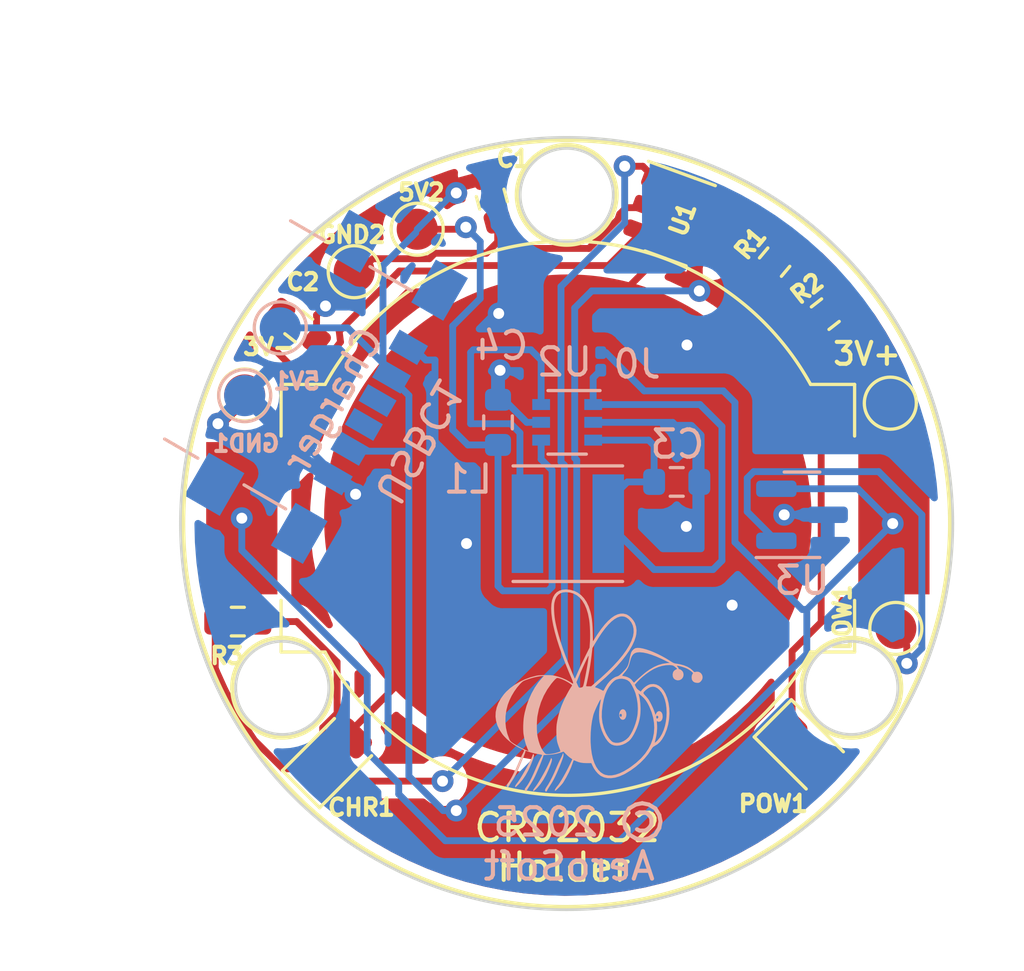
<source format=kicad_pcb>
(kicad_pcb (version 20211014) (generator pcbnew)
  (layers (0 "F.Cu" signal) (31 "B.Cu" signal) (34 "B.Paste" user) (35 "F.Paste" user) (36 "B.SilkS" user "B.Silkscreen") (37 "F.SilkS" user "F.Silkscreen") (38 "B.Mask" user) (39 "F.Mask" user) (44 "Edge.Cuts" user))
  (net 0 "")
  (net 1 "Net-(BAT01-Pad1)")
  (net 2 "GND")
  (net 3 "+5V")
  (net 4 "Net-(R1-Pad2)")
  (net 5 "Net-(R2-Pad2)")
  (net 6 "Net-(C3-Pad1)")
  (net 7 "Net-(5V2-Pad1)")
  (net 8 "Net-(C2-Pad1)")
  (net 9 "Net-(L1-Pad2)")
  (net 10 "Net-(CHR1-Pad1)")
  (net 11 "Net-(LOW1-Pad1)")
  (net 12 "Net-(POW1-Pad1)")
  (footprint "TestPoint:TestPoint_Pad_D1.5mm" (layer "F.Cu") (at 112.019 103.8294)
    (fp_text reference "LOW1" (at -1.95 -0.4 90) (layer "F.SilkS") (effects (font (size 0.6 0.6))))
    (fp_text value " ")
    (pad "1" smd circle (at 0 0) (size 1.5 1.5) (layers "F.Cu" "F.Mask") (net 11 "Net-(LOW1-Pad1)"))
  )
  (footprint "LED_SMD:LED_0805_2012Metric" (layer "F.Cu") (at 108.719 108.3044 -45)
    (fp_text reference "POW1" (at 0.53033 2.192031) (layer "F.SilkS") (effects (font (size 0.6 0.6))))
    (fp_text value "RED")
    (pad "1" smd roundrect (at -0.9375 0 315) (size 0.975 1.4) (layers "F.Cu" "F.Paste" "F.Mask") (net 12 "Net-(POW1-Pad1)"))
    (pad "2" smd roundrect (at 0.9375 0 315) (size 0.975 1.4) (layers "F.Cu" "F.Paste" "F.Mask") (net 3 "+5V"))
  )
  (footprint "Resistor_SMD:R_0603_1608Metric" (layer "F.Cu") (at 107.594 90.4544 50)
    (fp_text reference "R1" (at -0.040588 -1.117653 50) (layer "F.SilkS") (effects (font (size 0.6 0.6))))
    (fp_text value "R28K")
    (pad "1" smd roundrect (at -0.825 0 50) (size 0.8 0.95) (layers "F.Cu" "F.Paste" "F.Mask") (net 2 "GND"))
    (pad "2" smd roundrect (at 0.825 0 50) (size 0.8 0.95) (layers "F.Cu" "F.Paste" "F.Mask") (net 4 "Net-(R1-Pad2)"))
  )
  (footprint "TestPoint:TestPoint_Pad_D1.5mm" (layer "F.Cu") (at 92.244 90.8044)
    (fp_text reference "GND2" (at -0.075 -1.35) (layer "F.SilkS") (effects (font (size 0.6 0.6))))
    (fp_text value " ")
    (pad "1" smd circle (at 0 0) (size 1.5 1.5) (layers "F.Cu" "F.Mask") (net 2 "GND"))
  )
  (footprint "Battery:BatteryHolder_MPD_BC2003_1x2032" (layer "F.Cu") (at 100.044 99.8044)
    (fp_text reference "CR02032" (at -0.025 11.3) (layer "F.SilkS"))
    (fp_text value "BAT")
    (pad "1" smd rect (at -11.905 0) (size 2.6 5.56) (layers "F.Cu" "F.Paste" "F.Mask") (net 8 "Net-(C2-Pad1)"))
    (pad "1" smd rect (at 11.905 0) (size 2.6 5.56) (layers "F.Cu" "F.Paste" "F.Mask") (net 8 "Net-(C2-Pad1)"))
    (pad "2" smd circle (at 0 0) (size 17.8 17.8) (layers "F.Cu" "F.Mask") (net 2 "GND"))
  )
  (footprint "Resistor_SMD:R_0603_1608Metric" (layer "F.Cu") (at 87.994 103.5794 180)
    (fp_text reference "R3" (at 0.4 -1.25) (layer "F.SilkS") (effects (font (size 0.6 0.6))))
    (fp_text value "R470")
    (pad "1" smd roundrect (at -0.825 0 180) (size 0.8 0.95) (layers "F.Cu" "F.Paste" "F.Mask") (net 5 "Net-(R2-Pad2)"))
    (pad "2" smd roundrect (at 0.825 0 180) (size 0.8 0.95) (layers "F.Cu" "F.Paste" "F.Mask") (net 10 "Net-(CHR1-Pad1)"))
  )
  (footprint "TestPoint:TestPoint_Pad_D1.5mm" (layer "F.Cu") (at 88.244 95.3044)
    (fp_text reference "3V-" (at 0.878 -1.7578) (layer "F.SilkS") (effects (font (size 0.6 0.6))))
    (fp_text value " ")
    (pad "1" smd circle (at 0 0) (size 1.5 1.5) (layers "F.Cu" "F.Mask") (net 2 "GND"))
  )
  (footprint "Package_TO_SOT_SMD:SOT-23-5" (layer "F.Cu") (at 104.144 88.8544 -20)
    (fp_text reference "U1" (at 0.102904 -0.00096 70) (layer "F.SilkS") (effects (font (size 0.6 0.6))))
    (fp_text value "MCP73831-2-OT")
    (pad "1" smd roundrect (at -1.1375 -0.95 340) (size 1.325 0.6) (layers "F.Cu" "F.Paste" "F.Mask") (net 5 "Net-(R2-Pad2)"))
    (pad "2" smd roundrect (at -1.1375 0 340) (size 1.325 0.6) (layers "F.Cu" "F.Paste" "F.Mask") (net 2 "GND"))
    (pad "3" smd roundrect (at -1.1375 0.95 340) (size 1.325 0.6) (layers "F.Cu" "F.Paste" "F.Mask") (net 8 "Net-(C2-Pad1)"))
    (pad "4" smd roundrect (at 1.1375 0.95 340) (size 1.325 0.6) (layers "F.Cu" "F.Paste" "F.Mask") (net 3 "+5V"))
    (pad "5" smd roundrect (at 1.1375 -0.95 340) (size 1.325 0.6) (layers "F.Cu" "F.Paste" "F.Mask") (net 4 "Net-(R1-Pad2)"))
  )
  (footprint "Resistor_SMD:R_0603_1608Metric" (layer "F.Cu") (at 109.444 92.3544 38)
    (fp_text reference "R2" (at 0.053033 -1.149049 38) (layer "F.SilkS") (effects (font (size 0.6 0.6))))
    (fp_text value "R470")
    (pad "1" smd roundrect (at -0.825 0 38) (size 0.8 0.95) (layers "F.Cu" "F.Paste" "F.Mask") (net 12 "Net-(POW1-Pad1)"))
    (pad "2" smd roundrect (at 0.825 0 38) (size 0.8 0.95) (layers "F.Cu" "F.Paste" "F.Mask") (net 5 "Net-(R2-Pad2)"))
  )
  (footprint "TestPoint:TestPoint_Pad_D1.5mm" (layer "F.Cu") (at 111.819 95.6044)
    (fp_text reference "3V+" (at -0.85 -1.8) (layer "F.SilkS") (effects (font (size 0.8 0.8))))
    (fp_text value " ")
    (pad "1" smd circle (at 0 0) (size 1.5 1.5) (layers "F.Cu" "F.Mask") (net 1 "Net-(BAT01-Pad1)"))
  )
  (footprint "TestPoint:TestPoint_Pad_D1.5mm" (layer "F.Cu") (at 94.544 89.2544)
    (fp_text reference "5V2" (at 0.15 -1.35) (layer "F.SilkS") (effects (font (size 0.6 0.6))))
    (fp_text value " ")
    (pad "1" smd circle (at 0 0) (size 1.5 1.5) (layers "F.Cu" "F.Mask") (net 7 "Net-(5V2-Pad1)"))
  )
  (footprint "LED_SMD:LED_0805_2012Metric" (layer "F.Cu") (at 91.494 108.5044 45)
    (fp_text reference "CHR1" (at -0.600457 2.032932) (layer "F.SilkS") (effects (font (size 0.6 0.6))))
    (fp_text value "GRN")
    (pad "1" smd roundrect (at -0.9375 0 45) (size 0.975 1.4) (layers "F.Cu" "F.Paste" "F.Mask") (net 10 "Net-(CHR1-Pad1)"))
    (pad "2" smd roundrect (at 0.9375 0 45) (size 0.975 1.4) (layers "F.Cu" "F.Paste" "F.Mask") (net 2 "GND"))
  )
  (footprint "Resistor_SMD:R_0603_1608Metric" (layer "F.Cu") (at 97.269 88.1544 -75)
    (fp_text reference "C1" (at -1.224156 -1.130351) (layer "F.SilkS") (effects (font (size 0.6 0.6))))
    (fp_text value "C4.7uF")
    (pad "1" smd roundrect (at -0.825 0 285) (size 0.8 0.95) (layers "F.Cu" "F.Paste" "F.Mask") (net 3 "+5V"))
    (pad "2" smd roundrect (at 0.825 0 285) (size 0.8 0.95) (layers "F.Cu" "F.Paste" "F.Mask") (net 2 "GND"))
  )
  (footprint "Resistor_SMD:R_0603_1608Metric" (layer "F.Cu") (at 90.219 92.8044 -38)
    (fp_text reference "C2" (at -0.882248 -1.372867) (layer "F.SilkS") (effects (font (size 0.6 0.6))))
    (fp_text value "C10uF")
    (pad "1" smd roundrect (at -0.825 0 322) (size 0.8 0.95) (layers "F.Cu" "F.Paste" "F.Mask") (net 8 "Net-(C2-Pad1)"))
    (pad "2" smd roundrect (at 0.825 0 322) (size 0.8 0.95) (layers "F.Cu" "F.Paste" "F.Mask") (net 2 "GND"))
  )
  (footprint "Connector_USB:USB_C_Receptacle_GCT_USB4135-GF-A_6P_TopMnt_Horizontal" (layer "B.Cu") (at 90.219 94.4294 60)
    (fp_text reference "USBC1" (at -0.008365 5.085512 240 unlocked) (layer "B.SilkS") (effects (justify mirror)))
    (fp_text value "USB_C_Receptacle_PowerOnly_6P")
    (pad "A5" smd rect (at -0.5 3.0325 60) (size 0.7 1.2) (layers "B.Cu" "B.Paste" "B.Mask"))
    (pad "A9" smd rect (at 1.52 3.0325 240) (size 0.76 1.2) (layers "B.Cu" "B.Paste" "B.Mask") (net 3 "+5V"))
    (pad "A12" smd rect (at 2.75 3.0325 240) (size 0.8 1.2) (layers "B.Cu" "B.Paste" "B.Mask") (net 2 "GND"))
    (pad "B5" smd rect (at 0.5 3.0325 240) (size 0.7 1.2) (layers "B.Cu" "B.Paste" "B.Mask"))
    (pad "B9" smd rect (at -1.52 3.0325 60) (size 0.76 1.2) (layers "B.Cu" "B.Paste" "B.Mask") (net 3 "+5V"))
    (pad "B12" smd rect (at -2.75 3.0325 60) (size 0.8 1.2) (layers "B.Cu" "B.Paste" "B.Mask") (net 2 "GND"))
    (pad "S1" smd rect (at 5.125 2.9775 60) (size 1.8 1.35) (layers "B.Cu" "B.Paste" "B.Mask"))
    (pad "S1" smd rect (at 5.125 -0.6025 60) (size 1.8 1.5) (layers "B.Cu" "B.Paste" "B.Mask"))
    (pad "S1" smd rect (at -5.125 2.9775 60) (size 1.8 1.35) (layers "B.Cu" "B.Paste" "B.Mask"))
    (pad "S1" smd rect (at -5.125 -0.6025 60) (size 1.8 1.5) (layers "B.Cu" "B.Paste" "B.Mask"))
  )
  (footprint "Package_TO_SOT_SMD:SOT-363_SC-70-6" (layer "B.Cu") (at 100.019 96.3044 180)
    (fp_text reference "U2" (at 0.1 2.2) (layer "B.SilkS") (effects (justify mirror)))
    (fp_text value "LTC3525-5")
    (pad "1" smd rect (at -0.95 0.65 180) (size 0.65 0.4) (layers "B.Cu" "B.Paste" "B.Mask") (net 6 "Net-(C3-Pad1)"))
    (pad "2" smd rect (at -0.95 0 180) (size 0.65 0.4) (layers "B.Cu" "B.Paste" "B.Mask") (net 2 "GND"))
    (pad "3" smd rect (at -0.95 -0.65 180) (size 0.65 0.4) (layers "B.Cu" "B.Paste" "B.Mask") (net 6 "Net-(C3-Pad1)"))
    (pad "4" smd rect (at 0.95 -0.65 180) (size 0.65 0.4) (layers "B.Cu" "B.Paste" "B.Mask") (net 7 "Net-(5V2-Pad1)"))
    (pad "5" smd rect (at 0.95 0 180) (size 0.65 0.4) (layers "B.Cu" "B.Paste" "B.Mask") (net 2 "GND"))
    (pad "6" smd rect (at 0.95 0.65 180) (size 0.65 0.4) (layers "B.Cu" "B.Paste" "B.Mask") (net 9 "Net-(L1-Pad2)"))
  )
  (footprint "Resistor_SMD:R_0201_0603Metric" (layer "B.Cu") (at 101.244 94.0794 -90)
    (fp_text reference "J0" (at 0.1 -1.325 180) (layer "B.SilkS") (effects (justify mirror)))
    (fp_text value "R0")
    (pad "1" smd roundrect (at -0.32 0 270) (size 0.46 0.4) (layers "B.Cu" "B.Mask") (net 8 "Net-(C2-Pad1)"))
    (pad "2" smd roundrect (at 0.32 0 270) (size 0.46 0.4) (layers "B.Cu" "B.Mask") (net 6 "Net-(C3-Pad1)"))
  )
  (footprint "Resistor_SMD:R_0603_1608Metric" (layer "B.Cu") (at 104.019 98.4794)
    (fp_text reference "C3" (at 0.025 -1.375) (layer "B.SilkS") (effects (justify mirror)))
    (fp_text value "C1uF")
    (pad "1" smd roundrect (at -0.825 0) (size 0.8 0.95) (layers "B.Cu" "B.Paste" "B.Mask") (net 6 "Net-(C3-Pad1)"))
    (pad "2" smd roundrect (at 0.825 0) (size 0.8 0.95) (layers "B.Cu" "B.Paste" "B.Mask") (net 2 "GND"))
  )
  (footprint "Inductor_SMD:L_Vishay_IFSC-1515AH_4x4x1.8mm" (layer "B.Cu") (at 100.044 100.0044 180)
    (fp_text reference "L1" (at 3.65 1.625) (layer "B.SilkS") (effects (justify mirror)))
    (fp_text value "10UH")
    (pad "1" smd rect (at -1.475 0 180) (size 1.15 3.6) (layers "B.Cu" "B.Paste" "B.Mask") (net 6 "Net-(C3-Pad1)"))
    (pad "2" smd rect (at 1.475 0 180) (size 1.15 3.6) (layers "B.Cu" "B.Paste" "B.Mask") (net 9 "Net-(L1-Pad2)"))
  )
  (footprint "LOGO" (layer "B.Cu") (at 101.069 106.1794 180)
    (fp_text reference " " (at 6.56 4.83) (layer "B.SilkS") (effects (font (size 1.524 1.524) (thickness 0.3)) (justify mirror)))
    (fp_text value "iFly" hide)
  )
  (footprint "TestPoint:TestPoint_Pad_D1.5mm" (layer "B.Cu") (at 89.544 92.8544 180)
    (fp_text reference "5V1" (at -0.6 -1.95 180) (layer "B.SilkS") (effects (font (size 0.6 0.6)) (justify mirror)))
    (fp_text value " ")
    (pad "1" smd circle (at 0 0 180) (size 1.5 1.5) (layers "B.Cu" "B.Mask") (net 3 "+5V"))
  )
  (footprint "Package_TO_SOT_SMD:SOT-23" (layer "B.Cu") (at 108.594 99.6794)
    (fp_text reference "U3" (at 0 2.4) (layer "B.SilkS") (effects (justify mirror)))
    (fp_text value "MCP102-240D")
    (pad "1" smd roundrect (at -0.9375 0.95) (size 1.475 0.6) (layers "B.Cu" "B.Paste" "B.Mask") (net 11 "Net-(LOW1-Pad1)"))
    (pad "2" smd roundrect (at -0.9375 -0.95) (size 1.475 0.6) (layers "B.Cu" "B.Paste" "B.Mask") (net 8 "Net-(C2-Pad1)"))
    (pad "3" smd roundrect (at 0.9375 0) (size 1.475 0.6) (layers "B.Cu" "B.Paste" "B.Mask") (net 2 "GND"))
  )
  (footprint "Resistor_SMD:R_0603_1608Metric" (layer "B.Cu") (at 97.494 96.3044 90)
    (fp_text reference "C4" (at 2.8 0.125 180) (layer "B.SilkS") (effects (justify mirror)))
    (fp_text value "C22uF")
    (pad "1" smd roundrect (at -0.825 0 90) (size 0.8 0.95) (layers "B.Cu" "B.Paste" "B.Mask") (net 7 "Net-(5V2-Pad1)"))
    (pad "2" smd roundrect (at 0.825 0 90) (size 0.8 0.95) (layers "B.Cu" "B.Paste" "B.Mask") (net 2 "GND"))
  )
  (footprint "TestPoint:TestPoint_Pad_D1.5mm" (layer "B.Cu") (at 88.244 95.3294 180)
    (fp_text reference "GND1" (at -0.05 -1.75 180) (layer "B.SilkS") (effects (font (size 0.6 0.6)) (justify mirror)))
    (fp_text value " ")
    (pad "1" smd circle (at 0 0 180) (size 1.5 1.5) (layers "B.Cu" "B.Mask") (net 2 "GND"))
  )
  (gr_circle (center 100.001581 87.998082) (end 98.476581 86.998082) (layer "F.SilkS") (width 0.15) (fill none))
  (gr_circle (center 89.611416 105.992668) (end 88.086416 104.992668) (layer "F.SilkS") (width 0.15) (fill none))
  (gr_circle (center 100 100) (end 114 100) (layer "F.SilkS") (width 0.15) (fill none))
  (gr_circle (center 110.394 105.995884) (end 112.21763 105.995884) (layer "F.SilkS") (width 0.15) (fill none))
  (gr_circle (center 110.394 106) (end 112.094 106) (layer "Edge.Cuts") (width 0.1) (fill none))
  (gr_circle (center 100 100) (end 114.1 100) (layer "Edge.Cuts") (width 0.1) (fill none))
  (gr_circle (center 100.002091 88.000172) (end 101.702091 88.000172) (layer "Edge.Cuts") (width 0.1) (fill none))
  (gr_circle (center 89.619 106) (end 91.319 106) (layer "Edge.Cuts") (width 0.1) (fill none))
  (gr_text "© 2025 \nAeroSoft" (at 100.094 111.7044) (layer "B.SilkS") (effects (font (size 1 1)) (justify mirror)))
  (gr_text "Charger" (at 91.469 95.4794 60) (layer "B.SilkS") (effects (font (size 1 1)) (justify mirror)))
  (gr_text "Holder" (at 99.894 112.5544) (layer "F.SilkS") (effects (font (size 1 1))))
  (segment (start 97.482526 89.715874) (end 97.068501 90.129899) (width 0.25) (layer "F.Cu") (net 2))
  (segment (start 107.0637 92.7847) (end 100.044 99.8044) (width 0.25) (layer "F.Cu") (net 2))
  (segment (start 104.119 88.9544) (end 104.037317 89.036083) (width 0.25) (layer "F.Cu") (net 2))
  (segment (start 101.865553 88.901301) (end 101.940831 88.694477) (width 0.25) (layer "F.Cu") (net 2))
  (segment (start 104.037317 89.586083) (end 100.044 93.5794) (width 0.25) (layer "F.Cu") (net 2))
  (segment (start 90.869109 93.312321) (end 90.869109 92.38223) (width 0.25) (layer "F.Cu") (net 2))
  (segment (start 107.0637 91.086387) (end 107.0637 92.7847) (width 0.25) (layer "F.Cu") (net 2))
  (segment (start 97.068501 90.129899) (end 95.188781 90.129899) (width 0.25) (layer "F.Cu") (net 2))
  (segment (start 97.532526 89.151289) (end 98.335637 89.9544) (width 0.25) (layer "F.Cu") (net 2))
  (segment (start 100.812454 89.9544) (end 101.865553 88.901301) (width 0.25) (layer "F.Cu") (net 2))
  (segment (start 103.629952 88.465352) (end 104.119 88.9544) (width 0.25) (layer "F.Cu") (net 2))
  (segment (start 92.069 107.6294) (end 99.894 99.8044) (width 0.25) (layer "F.Cu") (net 2))
  (segment (start 103.0751 88.465352) (end 103.629952 88.465352) (width 0.25) (layer "F.Cu") (net 2))
  (segment (start 99.894 99.8044) (end 100.044 99.8044) (width 0.25) (layer "F.Cu") (net 2))
  (segment (start 94.98928 90.3294) (end 92.92194 90.3294) (width 0.25) (layer "F.Cu") (net 2))
  (segment (start 101.940831 88.694477) (end 102.169356 88.465952) (width 0.25) (layer "F.Cu") (net 2))
  (segment (start 98.335637 89.9544) (end 100.812454 89.9544) (width 0.25) (layer "F.Cu") (net 2))
  (segment (start 92.92194 90.3294) (end 91.19547 92.05587) (width 0.25) (layer "F.Cu") (net 2))
  (segment (start 104.037317 89.036083) (end 104.037317 89.586083) (width 0.25) (layer "F.Cu") (net 2))
  (segment (start 100.044 93.5794) (end 100.044 99.8044) (width 0.25) (layer "F.Cu") (net 2))
  (segment (start 97.482526 88.951289) (end 97.482526 89.715874) (width 0.25) (layer "F.Cu") (net 2))
  (segment (start 88.141 95.6622) (end 87.4488 96.3544) (width 0.25) (layer "F.Cu") (net 2))
  (segment (start 87.4488 96.3544) (end 87.269 96.3544) (width 0.25) (layer "F.Cu") (net 2))
  (segment (start 90.869109 92.38223) (end 91.19547 92.05587) (width 0.25) (layer "F.Cu") (net 2))
  (segment (start 102.169356 88.465952) (end 102.9725 88.465952) (width 0.25) (layer "F.Cu") (net 2))
  (segment (start 95.188781 90.129899) (end 94.98928 90.3294) (width 0.25) (layer "F.Cu") (net 2))
  (via (at 97.569 94.4044) (size 0.8) (drill 0.4) (layers "F.Cu" "B.Cu") (net 2))
  (via (at 104.369 100.1044) (size 0.8) (drill 0.4) (layers "F.Cu" "B.Cu") (net 2))
  (via (at 106.044 102.9794) (size 0.8) (drill 0.4) (layers "F.Cu" "B.Cu") (net 2))
  (via (at 87.269 96.3544) (size 0.8) (drill 0.4) (layers "F.Cu" "B.Cu") (net 2))
  (via (at 92.294 98.9294) (size 0.8) (drill 0.4) (layers "F.Cu" "B.Cu") (net 2))
  (via (at 107.944 99.6794) (size 0.8) (drill 0.4) (layers "F.Cu" "B.Cu") (net 2))
  (via (at 97.519 92.3294) (size 0.8) (drill 0.4) (layers "F.Cu" "B.Cu") (net 2))
  (via (at 96.344 100.7294) (size 0.8) (drill 0.4) (layers "F.Cu" "B.Cu") (net 2))
  (via (at 91.19547 92.05587) (size 0.8) (drill 0.4) (layers "F.Cu" "B.Cu") (net 2))
  (via (at 104.394 93.4794) (size 0.8) (drill 0.4) (layers "F.Cu" "B.Cu") (net 2))
  (segment (start 100.969 96.3044) (end 103.869 96.3044) (width 0.25) (layer "B.Cu") (net 2))
  (segment (start 103.869 96.3044) (end 104.869 97.3044) (width 0.25) (layer "B.Cu") (net 2))
  (segment (start 92.247402 98.9294) (end 91.595222 98.27722) (width 0.25) (layer "B.Cu") (net 2))
  (segment (start 97.719 95.4794) (end 97.494 95.4794) (width 0.25) (layer "B.Cu") (net 2))
  (segment (start 98.544 96.3044) (end 97.719 95.4794) (width 0.25) (layer "B.Cu") (net 2))
  (segment (start 97.494 94.4794) (end 97.569 94.4044) (width 0.25) (layer "B.Cu") (net 2))
  (segment (start 104.869 97.3044) (end 104.869 98.4544) (width 0.25) (layer "B.Cu") (net 2))
  (segment (start 88.647402 95.3294) (end 88.244 95.3294) (width 0.25) (layer "B.Cu") (net 2))
  (segment (start 104.869 98.4544) (end 104.844 98.4794) (width 0.25) (layer "B.Cu") (net 2))
  (segment (start 91.595222 98.27722) (end 88.647402 95.3294) (width 0.25) (layer "B.Cu") (net 2))
  (segment (start 99.069 96.3044) (end 98.544 96.3044) (width 0.25) (layer "B.Cu") (net 2))
  (segment (start 91.19547 92.05587) (end 91.19547 91.85293) (width 0.25) (layer "B.Cu") (net 2))
  (segment (start 92.294 98.9294) (end 92.247402 98.9294) (width 0.25) (layer "B.Cu") (net 2))
  (segment (start 97.494 95.4794) (end 97.494 94.4794) (width 0.25) (layer "B.Cu") (net 2))
  (segment (start 95.194 94.0294) (end 94.860542 94.0294) (width 0.25) (layer "B.Cu") (net 2))
  (segment (start 94.860542 94.0294) (end 94.345222 93.51408) (width 0.25) (layer "B.Cu") (net 2))
  (segment (start 96.344 100.7294) (end 95.194 99.5794) (width 0.25) (layer "B.Cu") (net 2))
  (segment (start 95.194 99.5794) (end 95.194 94.0294) (width 0.25) (layer "B.Cu") (net 2))
  (segment (start 104.887981 90.136156) (end 104.8435 90.180637) (width 0.25) (layer "F.Cu") (net 3))
  (segment (start 96.340889 87.557511) (end 95.969 87.9294) (width 0.25) (layer "F.Cu") (net 3))
  (segment (start 104.419 110.4794) (end 106.056087 108.842313) (width 0.25) (layer "F.Cu") (net 3))
  (segment (start 104.8435 90.180637) (end 104.8435 91.5044) (width 0.25) (layer "F.Cu") (net 3))
  (segment (start 95.969 110.4794) (end 104.419 110.4794) (width 0.25) (layer "F.Cu") (net 3))
  (segment (start 97.105474 87.557511) (end 96.340889 87.557511) (width 0.25) (layer "F.Cu") (net 3))
  (segment (start 106.056087 108.842313) (end 109.556913 108.842313) (width 0.25) (layer "F.Cu") (net 3))
  (via (at 95.969 110.4794) (size 0.8) (drill 0.4) (layers "F.Cu" "B.Cu") (net 3))
  (via (at 95.969 87.9294) (size 0.8) (drill 0.4) (layers "F.Cu" "B.Cu") (net 3))
  (via (at 104.8435 91.5044) (size 0.8) (drill 0.4) (layers "F.Cu" "B.Cu") (net 3))
  (segment (start 92.210222 97.212009) (end 92.356776 97.358563) (width 0.25) (layer "B.Cu") (net 3))
  (segment (start 89.544 92.8544) (end 92.005331 92.8544) (width 0.25) (layer "B.Cu") (net 3))
  (segment (start 104.8435 91.5044) (end 100.919 91.5044) (width 0.25) (layer "B.Cu") (net 3))
  (segment (start 100.919 91.5044) (end 100.294 92.1294) (width 0.25) (layer "B.Cu") (net 3))
  (segment (start 94.239837 109.224835) (end 95.494402 110.4794) (width 0.25) (layer "B.Cu") (net 3))
  (segment (start 95.494402 110.4794) (end 95.969 110.4794) (width 0.25) (layer "B.Cu") (net 3))
  (segment (start 100.294 92.1294) (end 100.294 97.60802) (width 0.25) (layer "B.Cu") (net 3))
  (segment (start 100.294 97.60802) (end 100.368002 97.682022) (width 0.25) (layer "B.Cu") (net 3))
  (segment (start 94.490539 89.384562) (end 93.294 90.581101) (width 0.25) (layer "B.Cu") (net 3))
  (segment (start 92.005331 92.8544) (end 93.730222 94.579291) (width 0.25) (layer "B.Cu") (net 3))
  (segment (start 94.239837 97.358563) (end 94.239837 109.224835) (width 0.25) (layer "B.Cu") (net 3))
  (segment (start 94.544 89.2544) (end 95.869 87.9294) (width 0.25) (layer "B.Cu") (net 3))
  (segment (start 100.368002 106.080398) (end 95.969 110.4794) (width 0.25) (layer "B.Cu") (net 3))
  (segment (start 95.869 87.9294) (end 95.969 87.9294) (width 0.25) (layer "B.Cu") (net 3))
  (segment (start 100.368002 97.682022) (end 100.368002 106.080398) (width 0.25) (layer "B.Cu") (net 3))
  (segment (start 93.294 94.379071) (end 94.239837 95.324908) (width 0.25) (layer "B.Cu") (net 3))
  (segment (start 92.356776 97.358563) (end 94.239837 97.358563) (width 0.25) (layer "B.Cu") (net 3))
  (segment (start 94.239837 95.324908) (end 94.239837 97.358563) (width 0.25) (layer "B.Cu") (net 3))
  (segment (start 93.294 90.581101) (end 93.294 94.379071) (width 0.25) (layer "B.Cu") (net 3))
  (segment (start 106.652627 88.35074) (end 105.537819 88.35074) (width 0.25) (layer "F.Cu") (net 4))
  (segment (start 108.1243 89.822413) (end 106.652627 88.35074) (width 0.25) (layer "F.Cu") (net 4))
  (segment (start 105.944 89.9544) (end 107.194 89.9544) (width 0.25) (layer "F.Cu") (net 5))
  (segment (start 103.400019 87.572644) (end 102.781775 86.9544) (width 0.25) (layer "F.Cu") (net 5))
  (segment (start 107.194 89.9544) (end 109.086079 91.846479) (width 0.25) (layer "F.Cu") (net 5))
  (segment (start 91.619 106.929831) (end 91.093188 107.455643) (width 0.25) (layer "F.Cu") (net 5))
  (segment (start 103.400019 87.572644) (end 103.562244 87.572644) (width 0.25) (layer "F.Cu") (net 5))
  (segment (start 91.619 105.0544) (end 91.619 106.929831) (width 0.25) (layer "F.Cu") (net 5))
  (segment (start 92.570777 109.4044) (end 95.469 109.4044) (width 0.25) (layer "F.Cu") (net 5))
  (segment (start 91.093188 107.455643) (end 91.093188 107.926811) (width 0.25) (layer "F.Cu") (net 5))
  (segment (start 88.819 103.5794) (end 90.144 103.5794) (width 0.25) (layer "F.Cu") (net 5))
  (segment (start 102.781775 86.9544) (end 102.119 86.9544) (width 0.25) (layer "F.Cu") (net 5))
  (segment (start 90.144 103.5794) (end 91.619 105.0544) (width 0.25) (layer "F.Cu") (net 5))
  (segment (start 109.086079 91.846479) (end 110.094109 91.846479) (width 0.25) (layer "F.Cu") (net 5))
  (segment (start 91.093188 107.926811) (end 92.570777 109.4044) (width 0.25) (layer "F.Cu") (net 5))
  (segment (start 103.562244 87.572644) (end 105.944 89.9544) (width 0.25) (layer "F.Cu") (net 5))
  (via (at 95.469 109.4044) (size 0.8) (drill 0.4) (layers "F.Cu" "B.Cu") (net 5))
  (via (at 102.119 86.9544) (size 0.8) (drill 0.4) (layers "F.Cu" "B.Cu") (net 5))
  (segment (start 99.794 91.34371) (end 102.119 89.01871) (width 0.25) (layer "B.Cu") (net 5))
  (segment (start 99.794 97.74371) (end 99.794 91.34371) (width 0.25) (layer "B.Cu") (net 5))
  (segment (start 99.918501 97.868211) (end 99.794 97.74371) (width 0.25) (layer "B.Cu") (net 5))
  (segment (start 102.119 89.01871) (end 102.119 86.9544) (width 0.25) (layer "B.Cu") (net 5))
  (segment (start 95.469 109.4044) (end 99.918501 104.954899) (width 0.25) (layer "B.Cu") (net 5))
  (segment (start 99.918501 104.954899) (end 99.918501 97.868211) (width 0.25) (layer "B.Cu") (net 5))
  (segment (start 105.669499 101.353901) (end 105.344 101.6794) (width 0.25) (layer "B.Cu") (net 6))
  (segment (start 102.219 98.4794) (end 103.194 98.4794) (width 0.25) (layer "B.Cu") (net 6))
  (segment (start 102.994 96.9544) (end 103.194 97.1544) (width 0.25) (layer "B.Cu") (net 6))
  (segment (start 105.669499 96.454899) (end 105.669499 101.353901) (width 0.25) (layer "B.Cu") (net 6))
  (segment (start 104.869 95.6544) (end 105.669499 96.454899) (width 0.25) (layer "B.Cu") (net 6))
  (segment (start 100.969 94.6744) (end 101.244 94.3994) (width 0.25) (layer "B.Cu") (net 6))
  (segment (start 101.519 99.1794) (end 102.219 98.4794) (width 0.25) (layer "B.Cu") (net 6))
  (segment (start 101.519 100.0044) (end 101.519 99.1794) (width 0.25) (layer "B.Cu") (net 6))
  (segment (start 100.969 96.9544) (end 102.994 96.9544) (width 0.25) (layer "B.Cu") (net 6))
  (segment (start 103.194 97.1544) (end 103.194 98.4794) (width 0.25) (layer "B.Cu") (net 6))
  (segment (start 105.344 101.6794) (end 103.194 101.6794) (width 0.25) (layer "B.Cu") (net 6))
  (segment (start 103.194 101.6794) (end 101.519 100.0044) (width 0.25) (layer "B.Cu") (net 6))
  (segment (start 100.969 95.6544) (end 104.869 95.6544) (width 0.25) (layer "B.Cu") (net 6))
  (segment (start 100.969 95.6544) (end 100.969 94.6744) (width 0.25) (layer "B.Cu") (net 6))
  (segment (start 94.544 89.2544) (end 96.244 89.2544) (width 0.25) (layer "F.Cu") (net 7))
  (segment (start 96.244 89.2544) (end 96.319 89.1794) (width 0.25) (layer "F.Cu") (net 7))
  (via (at 96.319 89.1794) (size 0.8) (drill 0.4) (layers "F.Cu" "B.Cu") (net 7))
  (segment (start 99.319 102.4544) (end 97.669 102.4544) (width 0.25) (layer "B.Cu") (net 7))
  (segment (start 96.844658 91.781313) (end 96.844658 89.705058) (width 0.25) (layer "B.Cu") (net 7))
  (segment (start 99.069 96.9544) (end 99.069 97.6544) (width 0.25) (layer "B.Cu") (net 7))
  (segment (start 96.394 97.1294) (end 95.839338 96.574738) (width 0.25) (layer "B.Cu") (net 7))
  (segment (start 96.844658 89.705058) (end 96.319 89.1794) (width 0.25) (layer "B.Cu") (net 7))
  (segment (start 97.494 102.2794) (end 97.494 97.556314) (width 0.25) (layer "B.Cu") (net 7))
  (segment (start 95.839338 92.786633) (end 96.844658 91.781313) (width 0.25) (layer "B.Cu") (net 7))
  (segment (start 99.469 98.0544) (end 99.469 102.3044) (width 0.25) (layer "B.Cu") (net 7))
  (segment (start 99.069 97.6544) (end 99.469 98.0544) (width 0.25) (layer "B.Cu") (net 7))
  (segment (start 97.669 102.4544) (end 97.494 102.2794) (width 0.25) (layer "B.Cu") (net 7))
  (segment (start 97.494 97.1294) (end 96.394 97.1294) (width 0.25) (layer "B.Cu") (net 7))
  (segment (start 99.469 102.3044) (end 99.319 102.4544) (width 0.25) (layer "B.Cu") (net 7))
  (segment (start 95.839338 96.574738) (end 95.839338 92.786633) (width 0.25) (layer "B.Cu") (net 7))
  (segment (start 88.139 99.6844) (end 90.194 97.6294) (width 0.25) (layer "F.Cu") (net 8))
  (segment (start 91.137227 94.14674) (end 90.779567 94.5044) (width 0.25) (layer "F.Cu") (net 8))
  (segment (start 91.743607 93.37061) (end 91.137227 94.14674) (width 0.25) (layer "F.Cu") (net 8))
  (segment (start 90.194 94.5044) (end 89.194 93.5044) (width 0.25) (layer "F.Cu") (net 8))
  (segment (start 95.375676 90.5794) (end 95.175676 90.7794) (width 0.25) (layer "F.Cu") (net 8))
  (segment (start 90.779567 94.5044) (end 90.194 94.5044) (width 0.25) (layer "F.Cu") (net 8))
  (segment (start 89.194 92.67137) (end 89.568891 92.296479) (width 0.25) (layer "F.Cu") (net 8))
  (segment (start 90.194 97.6294) (end 90.194 94.5044) (width 0.25) (layer "F.Cu") (net 8))
  (segment (start 102.750181 89.35806) (end 101.528841 90.5794) (width 0.25) (layer "F.Cu") (net 8))
  (segment (start 95.175676 90.7794) (end 93.894 90.7794) (width 0.25) (layer "F.Cu") (net 8))
  (segment (start 88.139 99.8044) (end 88.139 99.6844) (width 0.25) (layer "F.Cu") (net 8))
  (segment (start 111.905 100) (end 111.905 95.22) (width 0.25) (layer "F.Cu") (net 8))
  (segment (start 101.528841 90.5794) (end 95.375676 90.5794) (width 0.25) (layer "F.Cu") (net 8))
  (segment (start 93.894 90.7794) (end 91.6954 92.978) (width 0.25) (layer "F.Cu") (net 8))
  (segment (start 91.6954 92.978) (end 91.743607 93.37061) (width 0.25) (layer "F.Cu") (net 8))
  (segment (start 89.194 93.5044) (end 89.194 92.67137) (width 0.25) (layer "F.Cu") (net 8))
  (via (at 111.905 100) (size 0.8) (drill 0.4) (layers "F.Cu" "B.Cu") (net 8))
  (via (at 88.139 99.8044) (size 0.8) (drill 0.4) (layers "F.Cu" "B.Cu") (net 8))
  (segment (start 107.6565 98.7294) (end 110.6344 98.7294) (width 0.25) (layer "B.Cu") (net 8))
  (segment (start 102.830041 95.1544) (end 105.719 95.1544) (width 0.25) (layer "B.Cu") (net 8))
  (segment (start 106.144499 100.679899) (end 108.6006 103.136) (width 0.25) (layer "B.Cu") (net 8))
  (segment (start 101.944 111.5794) (end 108.769 104.7544) (width 0.25) (layer "B.Cu") (net 8))
  (segment (start 106.144499 95.579899) (end 106.144499 100.679899) (width 0.25) (layer "B.Cu") (net 8))
  (segment (start 108.6006 103.136) (end 108.769 103.136) (width 0.25) (layer "B.Cu") (net 8))
  (segment (start 88.139 99.8044) (end 88.139 100.9744) (width 0.25) (layer "B.Cu") (net 8))
  (segment (start 93.869 109.489688) (end 93.869 109.8794) (width 0.25) (layer "B.Cu") (net 8))
  (segment (start 88.139 100.9744) (end 92.719499 105.554899) (width 0.25) (layer "B.Cu") (net 8))
  (segment (start 95.569 111.5794) (end 101.944 111.5794) (width 0.25) (layer "B.Cu") (net 8))
  (segment (start 108.769 104.7544) (end 108.769 103.136) (width 0.25) (layer "B.Cu") (net 8))
  (segment (start 110.6344 98.7294) (end 111.905 100) (width 0.25) (layer "B.Cu") (net 8))
  (segment (start 105.719 95.1544) (end 106.144499 95.579899) (width 0.25) (layer "B.Cu") (net 8))
  (segment (start 93.869 109.8794) (end 95.569 111.5794) (width 0.25) (layer "B.Cu") (net 8))
  (segment (start 108.769 103.136) (end 111.905 100) (width 0.25) (layer "B.Cu") (net 8))
  (segment (start 92.719499 105.554899) (end 92.719499 108.340187) (width 0.25) (layer "B.Cu") (net 8))
  (segment (start 92.719499 108.340187) (end 93.869 109.489688) (width 0.25) (layer "B.Cu") (net 8))
  (segment (start 101.244 93.7594) (end 101.435041 93.7594) (width 0.25) (layer "B.Cu") (net 8))
  (segment (start 101.435041 93.7594) (end 102.830041 95.1544) (width 0.25) (layer "B.Cu") (net 8))
  (segment (start 96.494 96.3544) (end 97.95831 96.3544) (width 0.25) (layer "B.Cu") (net 9))
  (segment (start 99.069 95.6544) (end 99.069 94.0294) (width 0.25) (layer "B.Cu") (net 9))
  (segment (start 98.294 96.69009) (end 98.294 99.7294) (width 0.25) (layer "B.Cu") (net 9))
  (segment (start 96.594 93.6544) (end 96.494 93.7544) (width 0.25) (layer "B.Cu") (net 9))
  (segment (start 99.069 94.0294) (end 98.694 93.6544) (width 0.25) (layer "B.Cu") (net 9))
  (segment (start 98.694 93.6544) (end 96.594 93.6544) (width 0.25) (layer "B.Cu") (net 9))
  (segment (start 97.95831 96.3544) (end 98.294 96.69009) (width 0.25) (layer "B.Cu") (net 9))
  (segment (start 96.494 93.7544) (end 96.494 96.3544) (width 0.25) (layer "B.Cu") (net 9))
  (segment (start 98.294 99.7294) (end 98.569 100.0044) (width 0.25) (layer "B.Cu") (net 9))
  (segment (start 87.169 103.5794) (end 87.169 105.279388) (width 0.25) (layer "F.Cu") (net 10))
  (segment (start 87.169 105.279388) (end 87.21455 105.395881) (width 0.25) (layer "F.Cu") (net 10))
  (segment (start 88.600461 107.910861) (end 89.644826 108.955226) (width 0.25) (layer "F.Cu") (net 10))
  (segment (start 87.519856 106.068713) (end 87.860529 106.724322) (width 0.25) (layer "F.Cu") (net 10))
  (segment (start 87.21455 105.395881) (end 87.519856 106.068713) (width 0.25) (layer "F.Cu") (net 10))
  (segment (start 89.644826 108.955226) (end 90.743174 108.955226) (width 0.25) (layer "F.Cu") (net 10))
  (segment (start 88.235612 107.360873) (end 88.600461 107.910861) (width 0.25) (layer "F.Cu") (net 10))
  (segment (start 87.860529 106.724322) (end 88.235612 107.360873) (width 0.25) (layer "F.Cu") (net 10))
  (segment (start 111.794 103.8294) (end 112.419 104.4544) (width 0.25) (layer "F.Cu") (net 11))
  (segment (start 112.419 104.4544) (end 112.419 105.1044) (width 0.25) (layer "F.Cu") (net 11))
  (via (at 112.419 105.1044) (size 0.8) (drill 0.4) (layers "F.Cu" "B.Cu") (net 11))
  (segment (start 106.594 98.34009) (end 106.830189 98.103901) (width 0.25) (layer "B.Cu") (net 11))
  (segment (start 106.830189 98.103901) (end 111.393501 98.103901) (width 0.25) (layer "B.Cu") (net 11))
  (segment (start 111.393501 98.103901) (end 112.969 99.6794) (width 0.25) (layer "B.Cu") (net 11))
  (segment (start 106.594 99.5669) (end 106.594 98.34009) (width 0.25) (layer "B.Cu") (net 11))
  (segment (start 112.969 99.6794) (end 112.969 104.5544) (width 0.25) (layer "B.Cu") (net 11))
  (segment (start 107.6565 100.6294) (end 106.594 99.5669) (width 0.25) (layer "B.Cu") (net 11))
  (segment (start 112.969 104.5544) (end 112.419 105.1044) (width 0.25) (layer "B.Cu") (net 11))
  (segment (start 109.294 103.600521) (end 109.294 93.36243) (width 0.25) (layer "F.Cu") (net 12))
  (segment (start 108.231087 104.663434) (end 109.294 103.600521) (width 0.25) (layer "F.Cu") (net 12))
  (segment (start 109.294 93.36243) (end 108.793891 92.862321) (width 0.25) (layer "F.Cu") (net 12))
  (segment (start 108.231087 107.516487) (end 108.231087 104.663434) (width 0.25) (layer "F.Cu") (net 12))
  (zone (net 3) (net_name "+5V") (layer "F.Cu") (connect_pads (clearance 0.508)) (min_thickness 0.254) (fill yes (thermal_gap 0.508) (thermal_bridge_width 0.508) (island_removal_mode 1) (island_area_min 0))
    (polygon (pts (xy 116.3858 116.3378) (xy 83.6706 116.3378) (xy 83.6706 83.7242) (xy 116.2842 83.7242)))
  )
  (zone (net 2) (net_name "GND") (layer "B.Cu") (connect_pads (clearance 0.508)) (min_thickness 0.254) (fill yes (thermal_gap 0.508) (thermal_bridge_width 0.508) (island_removal_mode 1) (island_area_min 0))
    (polygon (pts (xy 116.4112 116.3378) (xy 83.696 116.3632) (xy 83.823 83.5464) (xy 116.335 83.521)))
  )
)
</source>
